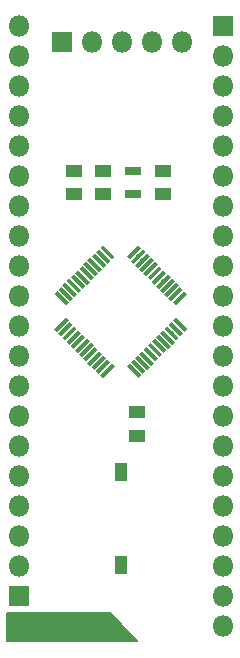
<source format=gts>
G04 #@! TF.GenerationSoftware,KiCad,Pcbnew,(5.0.0)*
G04 #@! TF.CreationDate,2018-08-22T23:15:02+02:00*
G04 #@! TF.ProjectId,SAML_BreakoutBoard,53414D4C5F427265616B6F7574426F61,rev?*
G04 #@! TF.SameCoordinates,Original*
G04 #@! TF.FileFunction,Soldermask,Top*
G04 #@! TF.FilePolarity,Negative*
%FSLAX46Y46*%
G04 Gerber Fmt 4.6, Leading zero omitted, Abs format (unit mm)*
G04 Created by KiCad (PCBNEW (5.0.0)) date 08/22/18 23:15:02*
%MOMM*%
%LPD*%
G01*
G04 APERTURE LIST*
%ADD10C,0.150000*%
%ADD11O,1.801600X1.801600*%
%ADD12R,1.801600X1.801600*%
%ADD13C,0.351600*%
%ADD14C,0.100000*%
%ADD15R,1.351600X1.101600*%
%ADD16R,1.401600X0.801600*%
%ADD17R,1.101600X1.601600*%
G04 APERTURE END LIST*
D10*
G36*
X113347500Y-136080500D02*
X121920000Y-136080500D01*
X124142500Y-138366500D01*
X113347500Y-138366500D01*
X113347500Y-136080500D01*
G37*
X113347500Y-136080500D02*
X121920000Y-136080500D01*
X124142500Y-138366500D01*
X113347500Y-138366500D01*
X113347500Y-136080500D01*
X122047000Y-136017000D02*
X124333000Y-138430000D01*
X124333000Y-138430000D02*
X113284000Y-138430000D01*
X113284000Y-136017000D02*
X113284000Y-138430000D01*
X122047000Y-136017000D02*
X113284000Y-136017000D01*
D11*
G04 #@! TO.C,J1*
X131640000Y-137160000D03*
X131640000Y-134620000D03*
X131640000Y-132080000D03*
X131640000Y-129540000D03*
X131640000Y-127000000D03*
X131640000Y-124460000D03*
X131640000Y-121920000D03*
X131640000Y-119380000D03*
X131640000Y-116840000D03*
X131640000Y-114300000D03*
X131640000Y-111760000D03*
X131640000Y-109220000D03*
X131640000Y-106680000D03*
X131640000Y-104140000D03*
X131640000Y-101600000D03*
X131640000Y-99060000D03*
X131640000Y-96520000D03*
X131640000Y-93980000D03*
X131640000Y-91440000D03*
X131640000Y-88900000D03*
D12*
X131640000Y-86360000D03*
G04 #@! TD*
D11*
G04 #@! TO.C,J2*
X114300000Y-86360000D03*
X114300000Y-88900000D03*
X114300000Y-91440000D03*
X114300000Y-93980000D03*
X114300000Y-96520000D03*
X114300000Y-99060000D03*
X114300000Y-101600000D03*
X114300000Y-104140000D03*
X114300000Y-106680000D03*
X114300000Y-109220000D03*
X114300000Y-111760000D03*
X114300000Y-114300000D03*
X114300000Y-116840000D03*
X114300000Y-119380000D03*
X114300000Y-121920000D03*
X114300000Y-124460000D03*
X114300000Y-127000000D03*
X114300000Y-129540000D03*
X114300000Y-132080000D03*
D12*
X114300000Y-134620000D03*
G04 #@! TD*
D11*
G04 #@! TO.C,J3*
X128117600Y-87680800D03*
X125577600Y-87680800D03*
X123037600Y-87680800D03*
X120497600Y-87680800D03*
D12*
X117957600Y-87680800D03*
G04 #@! TD*
D13*
G04 #@! TO.C,U1*
X124067371Y-105469542D03*
D14*
G36*
X123696140Y-106089392D02*
X123447521Y-105840773D01*
X124438602Y-104849692D01*
X124687221Y-105098311D01*
X123696140Y-106089392D01*
X123696140Y-106089392D01*
G37*
D13*
X124420924Y-105823095D03*
D14*
G36*
X124049693Y-106442945D02*
X123801074Y-106194326D01*
X124792155Y-105203245D01*
X125040774Y-105451864D01*
X124049693Y-106442945D01*
X124049693Y-106442945D01*
G37*
D13*
X124774478Y-106176649D03*
D14*
G36*
X124403247Y-106796499D02*
X124154628Y-106547880D01*
X125145709Y-105556799D01*
X125394328Y-105805418D01*
X124403247Y-106796499D01*
X124403247Y-106796499D01*
G37*
D13*
X125128031Y-106530202D03*
D14*
G36*
X124756800Y-107150052D02*
X124508181Y-106901433D01*
X125499262Y-105910352D01*
X125747881Y-106158971D01*
X124756800Y-107150052D01*
X124756800Y-107150052D01*
G37*
D13*
X125481584Y-106883755D03*
D14*
G36*
X125110353Y-107503605D02*
X124861734Y-107254986D01*
X125852815Y-106263905D01*
X126101434Y-106512524D01*
X125110353Y-107503605D01*
X125110353Y-107503605D01*
G37*
D13*
X125835138Y-107237309D03*
D14*
G36*
X125463907Y-107857159D02*
X125215288Y-107608540D01*
X126206369Y-106617459D01*
X126454988Y-106866078D01*
X125463907Y-107857159D01*
X125463907Y-107857159D01*
G37*
D13*
X126188691Y-107590862D03*
D14*
G36*
X125817460Y-108210712D02*
X125568841Y-107962093D01*
X126559922Y-106971012D01*
X126808541Y-107219631D01*
X125817460Y-108210712D01*
X125817460Y-108210712D01*
G37*
D13*
X126542245Y-107944416D03*
D14*
G36*
X126171014Y-108564266D02*
X125922395Y-108315647D01*
X126913476Y-107324566D01*
X127162095Y-107573185D01*
X126171014Y-108564266D01*
X126171014Y-108564266D01*
G37*
D13*
X126895798Y-108297969D03*
D14*
G36*
X126524567Y-108917819D02*
X126275948Y-108669200D01*
X127267029Y-107678119D01*
X127515648Y-107926738D01*
X126524567Y-108917819D01*
X126524567Y-108917819D01*
G37*
D13*
X127249351Y-108651522D03*
D14*
G36*
X126878120Y-109271372D02*
X126629501Y-109022753D01*
X127620582Y-108031672D01*
X127869201Y-108280291D01*
X126878120Y-109271372D01*
X126878120Y-109271372D01*
G37*
D13*
X127602905Y-109005076D03*
D14*
G36*
X127231674Y-109624926D02*
X126983055Y-109376307D01*
X127974136Y-108385226D01*
X128222755Y-108633845D01*
X127231674Y-109624926D01*
X127231674Y-109624926D01*
G37*
D13*
X127956458Y-109358629D03*
D14*
G36*
X127585227Y-109978479D02*
X127336608Y-109729860D01*
X128327689Y-108738779D01*
X128576308Y-108987398D01*
X127585227Y-109978479D01*
X127585227Y-109978479D01*
G37*
D13*
X127956458Y-111621371D03*
D14*
G36*
X127336608Y-111250140D02*
X127585227Y-111001521D01*
X128576308Y-111992602D01*
X128327689Y-112241221D01*
X127336608Y-111250140D01*
X127336608Y-111250140D01*
G37*
D13*
X127602905Y-111974924D03*
D14*
G36*
X126983055Y-111603693D02*
X127231674Y-111355074D01*
X128222755Y-112346155D01*
X127974136Y-112594774D01*
X126983055Y-111603693D01*
X126983055Y-111603693D01*
G37*
D13*
X127249351Y-112328478D03*
D14*
G36*
X126629501Y-111957247D02*
X126878120Y-111708628D01*
X127869201Y-112699709D01*
X127620582Y-112948328D01*
X126629501Y-111957247D01*
X126629501Y-111957247D01*
G37*
D13*
X126895798Y-112682031D03*
D14*
G36*
X126275948Y-112310800D02*
X126524567Y-112062181D01*
X127515648Y-113053262D01*
X127267029Y-113301881D01*
X126275948Y-112310800D01*
X126275948Y-112310800D01*
G37*
D13*
X126542245Y-113035584D03*
D14*
G36*
X125922395Y-112664353D02*
X126171014Y-112415734D01*
X127162095Y-113406815D01*
X126913476Y-113655434D01*
X125922395Y-112664353D01*
X125922395Y-112664353D01*
G37*
D13*
X126188691Y-113389138D03*
D14*
G36*
X125568841Y-113017907D02*
X125817460Y-112769288D01*
X126808541Y-113760369D01*
X126559922Y-114008988D01*
X125568841Y-113017907D01*
X125568841Y-113017907D01*
G37*
D13*
X125835138Y-113742691D03*
D14*
G36*
X125215288Y-113371460D02*
X125463907Y-113122841D01*
X126454988Y-114113922D01*
X126206369Y-114362541D01*
X125215288Y-113371460D01*
X125215288Y-113371460D01*
G37*
D13*
X125481584Y-114096245D03*
D14*
G36*
X124861734Y-113725014D02*
X125110353Y-113476395D01*
X126101434Y-114467476D01*
X125852815Y-114716095D01*
X124861734Y-113725014D01*
X124861734Y-113725014D01*
G37*
D13*
X125128031Y-114449798D03*
D14*
G36*
X124508181Y-114078567D02*
X124756800Y-113829948D01*
X125747881Y-114821029D01*
X125499262Y-115069648D01*
X124508181Y-114078567D01*
X124508181Y-114078567D01*
G37*
D13*
X124774478Y-114803351D03*
D14*
G36*
X124154628Y-114432120D02*
X124403247Y-114183501D01*
X125394328Y-115174582D01*
X125145709Y-115423201D01*
X124154628Y-114432120D01*
X124154628Y-114432120D01*
G37*
D13*
X124420924Y-115156905D03*
D14*
G36*
X123801074Y-114785674D02*
X124049693Y-114537055D01*
X125040774Y-115528136D01*
X124792155Y-115776755D01*
X123801074Y-114785674D01*
X123801074Y-114785674D01*
G37*
D13*
X124067371Y-115510458D03*
D14*
G36*
X123447521Y-115139227D02*
X123696140Y-114890608D01*
X124687221Y-115881689D01*
X124438602Y-116130308D01*
X123447521Y-115139227D01*
X123447521Y-115139227D01*
G37*
D13*
X121804629Y-115510458D03*
D14*
G36*
X121433398Y-116130308D02*
X121184779Y-115881689D01*
X122175860Y-114890608D01*
X122424479Y-115139227D01*
X121433398Y-116130308D01*
X121433398Y-116130308D01*
G37*
D13*
X121451076Y-115156905D03*
D14*
G36*
X121079845Y-115776755D02*
X120831226Y-115528136D01*
X121822307Y-114537055D01*
X122070926Y-114785674D01*
X121079845Y-115776755D01*
X121079845Y-115776755D01*
G37*
D13*
X121097522Y-114803351D03*
D14*
G36*
X120726291Y-115423201D02*
X120477672Y-115174582D01*
X121468753Y-114183501D01*
X121717372Y-114432120D01*
X120726291Y-115423201D01*
X120726291Y-115423201D01*
G37*
D13*
X120743969Y-114449798D03*
D14*
G36*
X120372738Y-115069648D02*
X120124119Y-114821029D01*
X121115200Y-113829948D01*
X121363819Y-114078567D01*
X120372738Y-115069648D01*
X120372738Y-115069648D01*
G37*
D13*
X120390416Y-114096245D03*
D14*
G36*
X120019185Y-114716095D02*
X119770566Y-114467476D01*
X120761647Y-113476395D01*
X121010266Y-113725014D01*
X120019185Y-114716095D01*
X120019185Y-114716095D01*
G37*
D13*
X120036862Y-113742691D03*
D14*
G36*
X119665631Y-114362541D02*
X119417012Y-114113922D01*
X120408093Y-113122841D01*
X120656712Y-113371460D01*
X119665631Y-114362541D01*
X119665631Y-114362541D01*
G37*
D13*
X119683309Y-113389138D03*
D14*
G36*
X119312078Y-114008988D02*
X119063459Y-113760369D01*
X120054540Y-112769288D01*
X120303159Y-113017907D01*
X119312078Y-114008988D01*
X119312078Y-114008988D01*
G37*
D13*
X119329755Y-113035584D03*
D14*
G36*
X118958524Y-113655434D02*
X118709905Y-113406815D01*
X119700986Y-112415734D01*
X119949605Y-112664353D01*
X118958524Y-113655434D01*
X118958524Y-113655434D01*
G37*
D13*
X118976202Y-112682031D03*
D14*
G36*
X118604971Y-113301881D02*
X118356352Y-113053262D01*
X119347433Y-112062181D01*
X119596052Y-112310800D01*
X118604971Y-113301881D01*
X118604971Y-113301881D01*
G37*
D13*
X118622649Y-112328478D03*
D14*
G36*
X118251418Y-112948328D02*
X118002799Y-112699709D01*
X118993880Y-111708628D01*
X119242499Y-111957247D01*
X118251418Y-112948328D01*
X118251418Y-112948328D01*
G37*
D13*
X118269095Y-111974924D03*
D14*
G36*
X117897864Y-112594774D02*
X117649245Y-112346155D01*
X118640326Y-111355074D01*
X118888945Y-111603693D01*
X117897864Y-112594774D01*
X117897864Y-112594774D01*
G37*
D13*
X117915542Y-111621371D03*
D14*
G36*
X117544311Y-112241221D02*
X117295692Y-111992602D01*
X118286773Y-111001521D01*
X118535392Y-111250140D01*
X117544311Y-112241221D01*
X117544311Y-112241221D01*
G37*
D13*
X117915542Y-109358629D03*
D14*
G36*
X117295692Y-108987398D02*
X117544311Y-108738779D01*
X118535392Y-109729860D01*
X118286773Y-109978479D01*
X117295692Y-108987398D01*
X117295692Y-108987398D01*
G37*
D13*
X118269095Y-109005076D03*
D14*
G36*
X117649245Y-108633845D02*
X117897864Y-108385226D01*
X118888945Y-109376307D01*
X118640326Y-109624926D01*
X117649245Y-108633845D01*
X117649245Y-108633845D01*
G37*
D13*
X118622649Y-108651522D03*
D14*
G36*
X118002799Y-108280291D02*
X118251418Y-108031672D01*
X119242499Y-109022753D01*
X118993880Y-109271372D01*
X118002799Y-108280291D01*
X118002799Y-108280291D01*
G37*
D13*
X118976202Y-108297969D03*
D14*
G36*
X118356352Y-107926738D02*
X118604971Y-107678119D01*
X119596052Y-108669200D01*
X119347433Y-108917819D01*
X118356352Y-107926738D01*
X118356352Y-107926738D01*
G37*
D13*
X119329755Y-107944416D03*
D14*
G36*
X118709905Y-107573185D02*
X118958524Y-107324566D01*
X119949605Y-108315647D01*
X119700986Y-108564266D01*
X118709905Y-107573185D01*
X118709905Y-107573185D01*
G37*
D13*
X119683309Y-107590862D03*
D14*
G36*
X119063459Y-107219631D02*
X119312078Y-106971012D01*
X120303159Y-107962093D01*
X120054540Y-108210712D01*
X119063459Y-107219631D01*
X119063459Y-107219631D01*
G37*
D13*
X120036862Y-107237309D03*
D14*
G36*
X119417012Y-106866078D02*
X119665631Y-106617459D01*
X120656712Y-107608540D01*
X120408093Y-107857159D01*
X119417012Y-106866078D01*
X119417012Y-106866078D01*
G37*
D13*
X120390416Y-106883755D03*
D14*
G36*
X119770566Y-106512524D02*
X120019185Y-106263905D01*
X121010266Y-107254986D01*
X120761647Y-107503605D01*
X119770566Y-106512524D01*
X119770566Y-106512524D01*
G37*
D13*
X120743969Y-106530202D03*
D14*
G36*
X120124119Y-106158971D02*
X120372738Y-105910352D01*
X121363819Y-106901433D01*
X121115200Y-107150052D01*
X120124119Y-106158971D01*
X120124119Y-106158971D01*
G37*
D13*
X121097522Y-106176649D03*
D14*
G36*
X120477672Y-105805418D02*
X120726291Y-105556799D01*
X121717372Y-106547880D01*
X121468753Y-106796499D01*
X120477672Y-105805418D01*
X120477672Y-105805418D01*
G37*
D13*
X121451076Y-105823095D03*
D14*
G36*
X120831226Y-105451864D02*
X121079845Y-105203245D01*
X122070926Y-106194326D01*
X121822307Y-106442945D01*
X120831226Y-105451864D01*
X120831226Y-105451864D01*
G37*
D13*
X121804629Y-105469542D03*
D14*
G36*
X121184779Y-105098311D02*
X121433398Y-104849692D01*
X122424479Y-105840773D01*
X122175860Y-106089392D01*
X121184779Y-105098311D01*
X121184779Y-105098311D01*
G37*
G04 #@! TD*
D15*
G04 #@! TO.C,C1*
X124333000Y-121015000D03*
X124333000Y-119015000D03*
G04 #@! TD*
G04 #@! TO.C,C2*
X126492000Y-98568000D03*
X126492000Y-100568000D03*
G04 #@! TD*
G04 #@! TO.C,C3*
X121476666Y-100568000D03*
X121476666Y-98568000D03*
G04 #@! TD*
G04 #@! TO.C,C4*
X118999000Y-98568000D03*
X118999000Y-100568000D03*
G04 #@! TD*
D16*
G04 #@! TO.C,R1*
X123984332Y-100518000D03*
X123984332Y-98618000D03*
G04 #@! TD*
D17*
G04 #@! TO.C,SW1*
X122936000Y-124066000D03*
X122936000Y-131966000D03*
G04 #@! TD*
M02*

</source>
